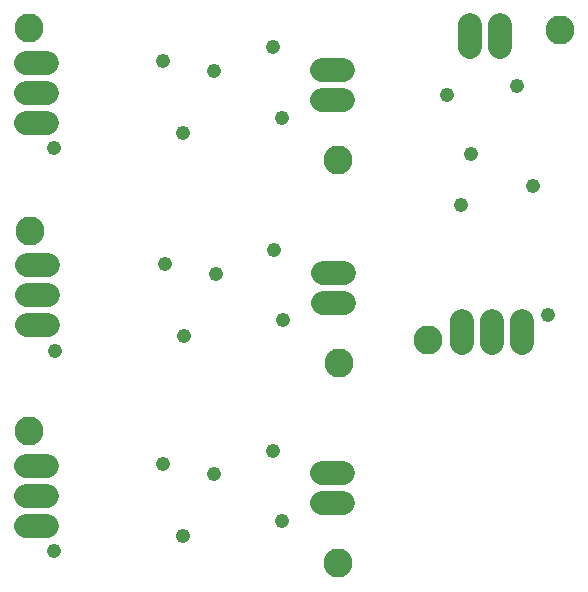
<source format=gbs>
G75*
G70*
%OFA0B0*%
%FSLAX24Y24*%
%IPPOS*%
%LPD*%
%AMOC8*
5,1,8,0,0,1.08239X$1,22.5*
%
%ADD10C,0.0970*%
%ADD11C,0.0789*%
%ADD12C,0.0476*%
D10*
X009050Y014448D03*
X009090Y021128D03*
X009050Y027888D03*
X019360Y023488D03*
X022340Y017508D03*
X019400Y016728D03*
X019360Y010048D03*
X026740Y027818D03*
D11*
X024740Y027983D02*
X024740Y027274D01*
X023740Y027274D02*
X023740Y027983D01*
X019524Y026488D02*
X018816Y026488D01*
X018816Y025488D02*
X019524Y025488D01*
X019564Y019728D02*
X018856Y019728D01*
X018856Y018728D02*
X019564Y018728D01*
X023490Y018113D02*
X023490Y017404D01*
X024490Y017404D02*
X024490Y018113D01*
X025490Y018113D02*
X025490Y017404D01*
X019524Y013048D02*
X018816Y013048D01*
X018816Y012048D02*
X019524Y012048D01*
X009654Y012298D02*
X008946Y012298D01*
X008946Y013298D02*
X009654Y013298D01*
X009654Y011298D02*
X008946Y011298D01*
X008986Y017978D02*
X009694Y017978D01*
X009694Y018978D02*
X008986Y018978D01*
X008986Y019978D02*
X009694Y019978D01*
X009654Y024738D02*
X008946Y024738D01*
X008946Y025738D02*
X009654Y025738D01*
X009654Y026738D02*
X008946Y026738D01*
D12*
X009870Y010448D03*
X013530Y013348D03*
X015230Y013018D03*
X017190Y013808D03*
X017490Y011468D03*
X014170Y010948D03*
X009910Y017128D03*
X013570Y020028D03*
X015270Y019698D03*
X017230Y020488D03*
X017530Y018148D03*
X014210Y017628D03*
X009870Y023888D03*
X013530Y026788D03*
X015230Y026458D03*
X017190Y027248D03*
X017490Y024908D03*
X014170Y024388D03*
X022980Y025648D03*
X023770Y023688D03*
X023440Y021988D03*
X025840Y022628D03*
X025320Y025948D03*
X026340Y018328D03*
M02*

</source>
